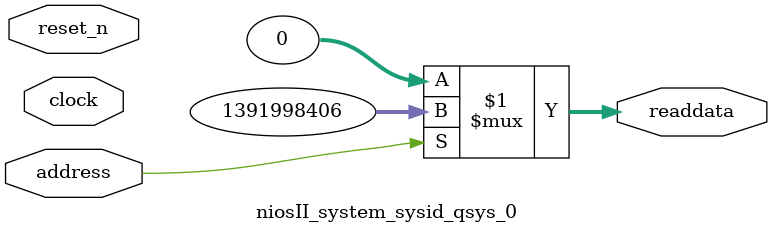
<source format=v>

`timescale 1ns / 1ps
// synthesis translate_on

// turn off superfluous verilog processor warnings 
// altera message_level Level1 
// altera message_off 10034 10035 10036 10037 10230 10240 10030 

module niosII_system_sysid_qsys_0 (
               // inputs:
                address,
                clock,
                reset_n,

               // outputs:
                readdata
             )
;

  output  [ 31: 0] readdata;
  input            address;
  input            clock;
  input            reset_n;

  wire    [ 31: 0] readdata;
  //control_slave, which is an e_avalon_slave
  assign readdata = address ? 1391998406 : 0;

endmodule




</source>
